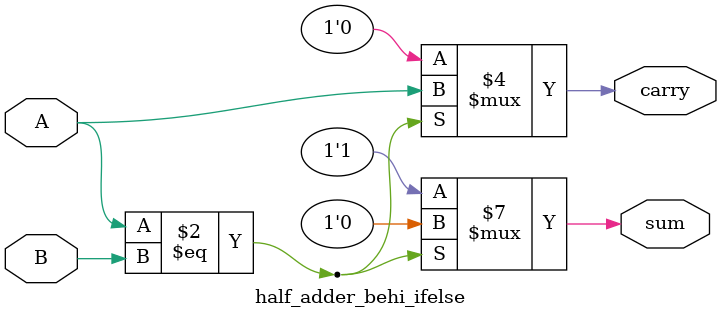
<source format=v>
/********************************************************************************************
Filename    :      half_adder_behi_ifelse.v
Description :      Half Adder RTL 
Author Name :      Sajeel Abid Parray
Language    :      Verilog HDL
Project     :      Half Adder using if-else construct
Date        :      04-October-2025
*********************************************************************************************/
module half_adder_behi_ifelse (A,B,sum,carry); 
    
input A,B;
output reg sum,carry;

always @(*)        // always block triggered on any change in inputs A or B
begin

if (A==B)           //if A is logically equal to B, the sum is always 0 and carry is the input A
  begin        
    sum=1'b0;
	  carry=A;
  end

else               // else for other cases sum is 1 and carry 0
  begin                 
    sum=1'b1;   
    carry=1'b0;
  end 

end

endmodule
</source>
